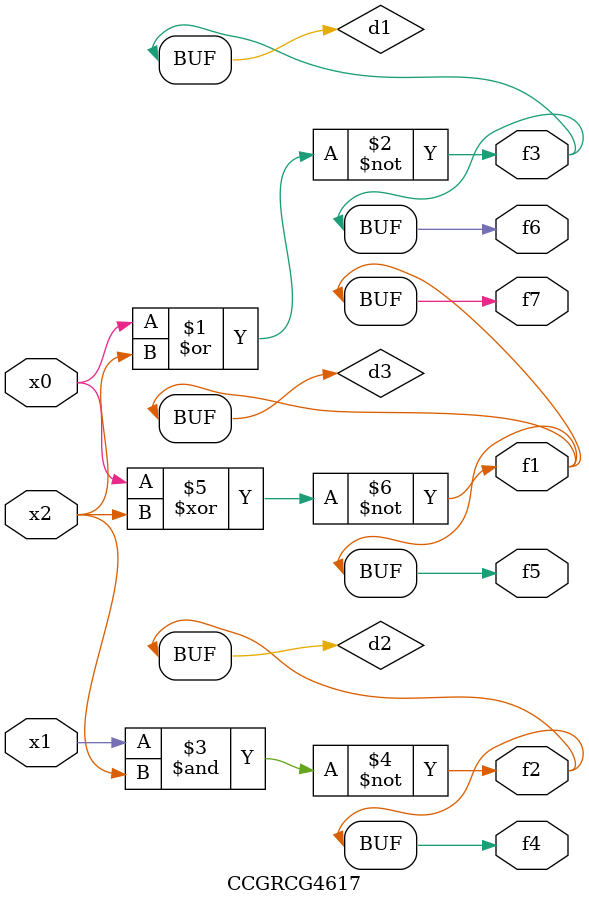
<source format=v>
module CCGRCG4617(
	input x0, x1, x2,
	output f1, f2, f3, f4, f5, f6, f7
);

	wire d1, d2, d3;

	nor (d1, x0, x2);
	nand (d2, x1, x2);
	xnor (d3, x0, x2);
	assign f1 = d3;
	assign f2 = d2;
	assign f3 = d1;
	assign f4 = d2;
	assign f5 = d3;
	assign f6 = d1;
	assign f7 = d3;
endmodule

</source>
